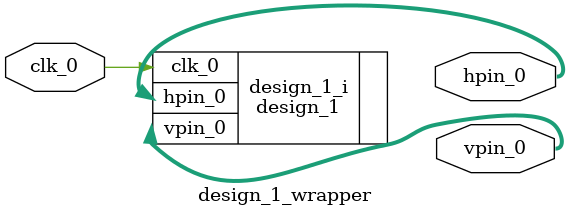
<source format=v>
`timescale 1 ps / 1 ps

module design_1_wrapper
   (clk_0,
    hpin_0,
    vpin_0);
  input clk_0;
  output [19:0]hpin_0;
  output [9:0]vpin_0;

  wire clk_0;
  wire [19:0]hpin_0;
  wire [9:0]vpin_0;

  design_1 design_1_i
       (.clk_0(clk_0),
        .hpin_0(hpin_0),
        .vpin_0(vpin_0));
endmodule

</source>
